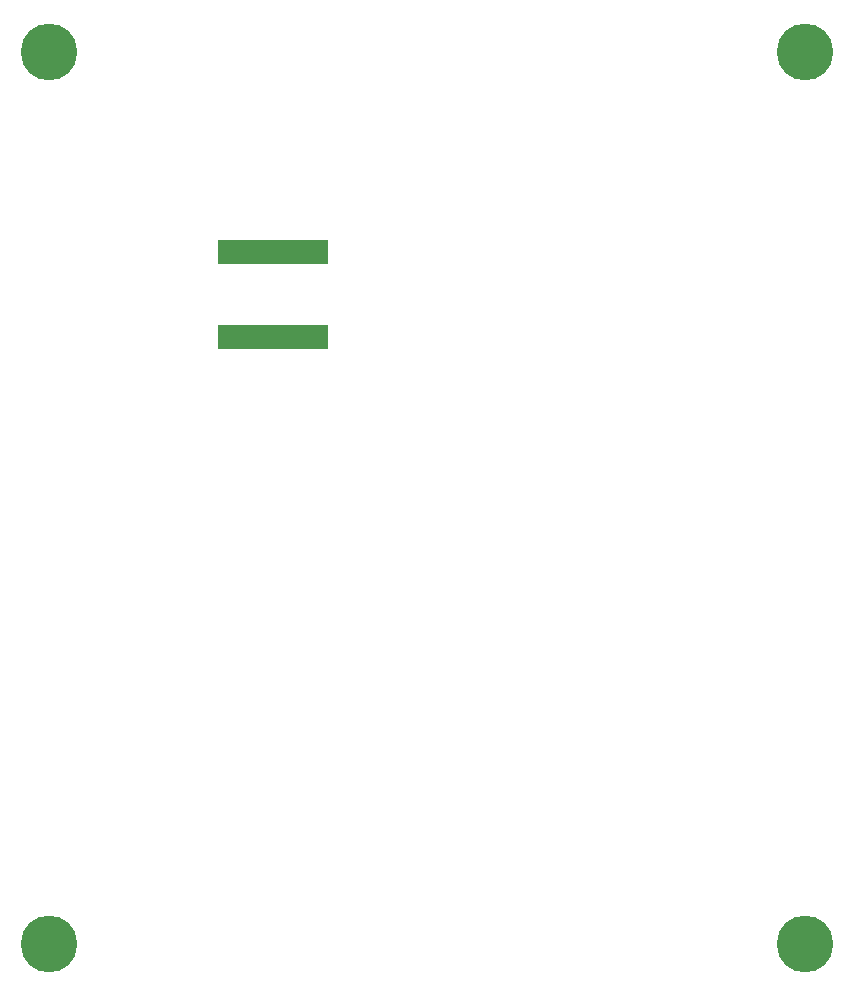
<source format=gbr>
G04 #@! TF.GenerationSoftware,KiCad,Pcbnew,5.1.5+dfsg1-2build2*
G04 #@! TF.CreationDate,2021-03-23T21:39:09+09:00*
G04 #@! TF.ProjectId,MTCH6102_breakout,4d544348-3631-4303-925f-627265616b6f,rev?*
G04 #@! TF.SameCoordinates,Original*
G04 #@! TF.FileFunction,Soldermask,Bot*
G04 #@! TF.FilePolarity,Negative*
%FSLAX46Y46*%
G04 Gerber Fmt 4.6, Leading zero omitted, Abs format (unit mm)*
G04 Created by KiCad (PCBNEW 5.1.5+dfsg1-2build2) date 2021-03-23 21:39:09*
%MOMM*%
%LPD*%
G04 APERTURE LIST*
%ADD10R,0.850000X2.150000*%
%ADD11C,1.100000*%
%ADD12C,4.800000*%
G04 APERTURE END LIST*
D10*
X110775000Y-81400000D03*
X111425000Y-81400000D03*
X112075000Y-81400000D03*
X112725000Y-81400000D03*
X113375000Y-81400000D03*
X114025000Y-81400000D03*
X114675000Y-81400000D03*
X115325000Y-81400000D03*
X115975000Y-81400000D03*
X116625000Y-81400000D03*
X117275000Y-81400000D03*
X117925000Y-81400000D03*
X118575000Y-81400000D03*
X119225000Y-81400000D03*
X119225000Y-88600000D03*
X118575000Y-88600000D03*
X117925000Y-88600000D03*
X117275000Y-88600000D03*
X116625000Y-88600000D03*
X115975000Y-88600000D03*
X115325000Y-88600000D03*
X114675000Y-88600000D03*
X114025000Y-88600000D03*
X113375000Y-88600000D03*
X112725000Y-88600000D03*
X112075000Y-88600000D03*
X111425000Y-88600000D03*
X110775000Y-88600000D03*
D11*
X97166726Y-63333274D03*
X96000000Y-62850000D03*
X94833274Y-63333274D03*
X94350000Y-64500000D03*
X94833274Y-65666726D03*
X96000000Y-66150000D03*
X97166726Y-65666726D03*
X97650000Y-64500000D03*
D12*
X96000000Y-64500000D03*
X160000000Y-140000000D03*
D11*
X161650000Y-140000000D03*
X161166726Y-141166726D03*
X160000000Y-141650000D03*
X158833274Y-141166726D03*
X158350000Y-140000000D03*
X158833274Y-138833274D03*
X160000000Y-138350000D03*
X161166726Y-138833274D03*
X161166726Y-63333274D03*
X160000000Y-62850000D03*
X158833274Y-63333274D03*
X158350000Y-64500000D03*
X158833274Y-65666726D03*
X160000000Y-66150000D03*
X161166726Y-65666726D03*
X161650000Y-64500000D03*
D12*
X160000000Y-64500000D03*
D11*
X97166726Y-138833274D03*
X96000000Y-138350000D03*
X94833274Y-138833274D03*
X94350000Y-140000000D03*
X94833274Y-141166726D03*
X96000000Y-141650000D03*
X97166726Y-141166726D03*
X97650000Y-140000000D03*
D12*
X96000000Y-140000000D03*
M02*

</source>
